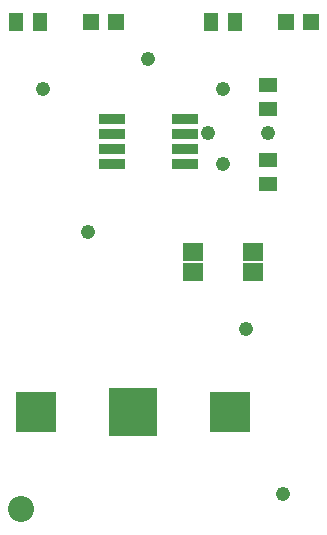
<source format=gts>
G75*
%MOIN*%
%OFA0B0*%
%FSLAX24Y24*%
%IPPOS*%
%LPD*%
%AMOC8*
5,1,8,0,0,1.08239X$1,22.5*
%
%ADD10C,0.0867*%
%ADD11R,0.1615X0.1615*%
%ADD12R,0.1340X0.1340*%
%ADD13R,0.0880X0.0340*%
%ADD14R,0.0671X0.0592*%
%ADD15R,0.0631X0.0513*%
%ADD16R,0.0513X0.0631*%
%ADD17R,0.0552X0.0552*%
%ADD18C,0.0476*%
%ADD19C,0.0480*%
D10*
X001930Y001930D03*
D11*
X005680Y005180D03*
D12*
X002452Y005180D03*
X008908Y005180D03*
D13*
X007390Y013430D03*
X007390Y013930D03*
X007390Y014430D03*
X007390Y014930D03*
X004970Y014930D03*
X004970Y014430D03*
X004970Y013930D03*
X004970Y013430D03*
D14*
X007680Y010515D03*
X007680Y009845D03*
X009680Y009845D03*
X009680Y010515D03*
D15*
X010180Y012786D03*
X010180Y013574D03*
X010180Y015286D03*
X010180Y016074D03*
D16*
X009074Y018180D03*
X008286Y018180D03*
X002574Y018180D03*
X001786Y018180D03*
D17*
X004267Y018180D03*
X005093Y018180D03*
X010767Y018180D03*
X011593Y018180D03*
D18*
X008680Y015930D03*
X008680Y013430D03*
X006180Y016930D03*
X002680Y015930D03*
X004180Y011180D03*
X009430Y007930D03*
X010680Y002430D03*
D19*
X010180Y014480D03*
X008180Y014480D03*
M02*

</source>
